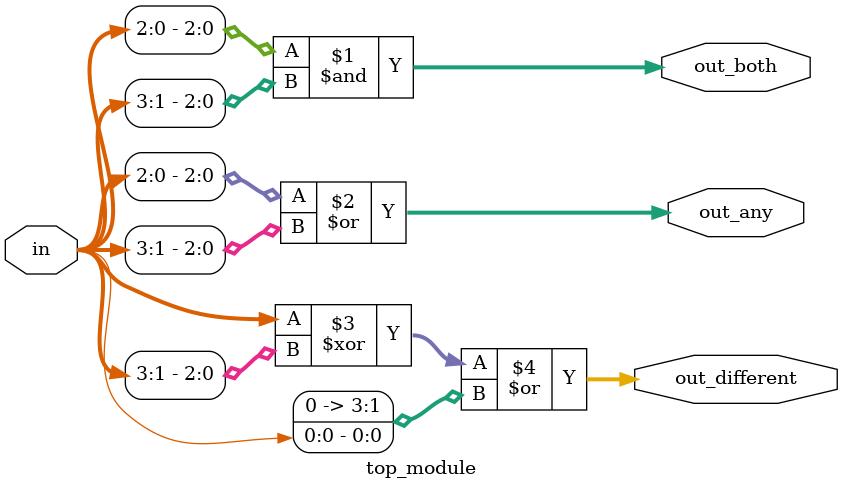
<source format=sv>
module top_module (
    input [3:0] in,
    output [2:0] out_both,
    output [3:0] out_any,
    output [3:0] out_different
);

assign out_both = in[2:0] & in[3:1];
assign out_any = in[2:0] | in[3:1];
assign out_different = in ^ in[3:1] | {3'b0, in[0]};

endmodule

</source>
